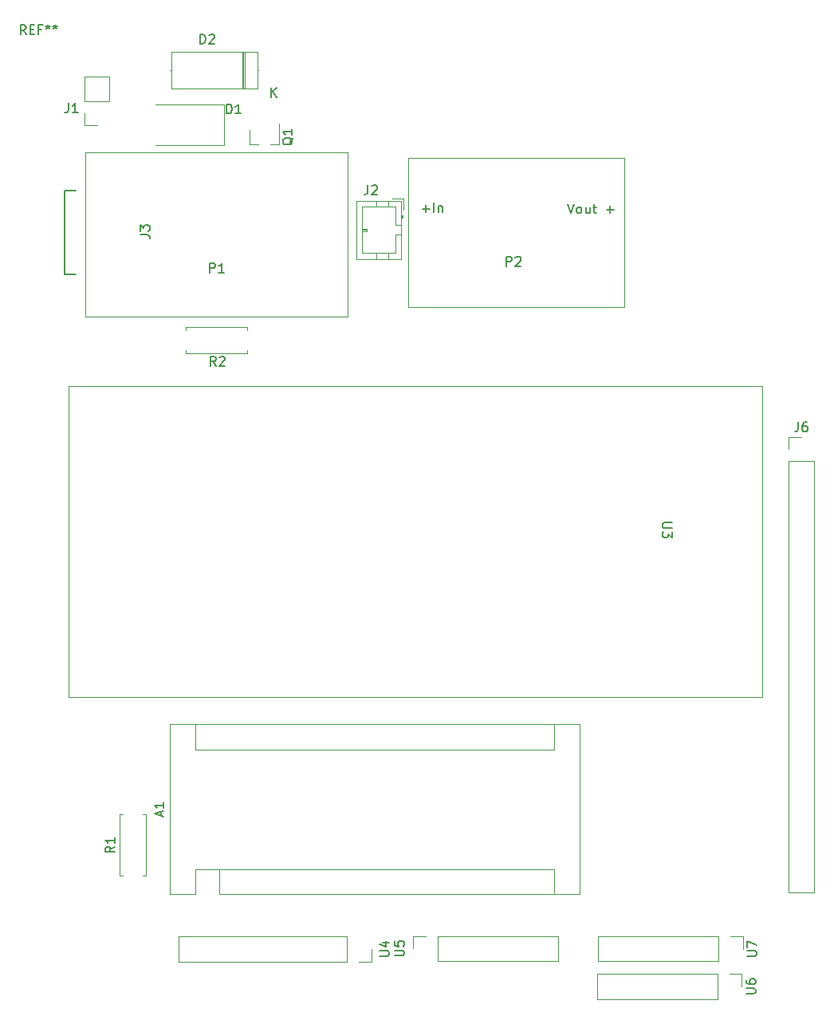
<source format=gbr>
G04 #@! TF.GenerationSoftware,KiCad,Pcbnew,(6.0.6)*
G04 #@! TF.CreationDate,2022-07-04T20:34:01+02:00*
G04 #@! TF.ProjectId,vogelhuisje_kicad,766f6765-6c68-4756-9973-6a655f6b6963,rev?*
G04 #@! TF.SameCoordinates,Original*
G04 #@! TF.FileFunction,Legend,Top*
G04 #@! TF.FilePolarity,Positive*
%FSLAX46Y46*%
G04 Gerber Fmt 4.6, Leading zero omitted, Abs format (unit mm)*
G04 Created by KiCad (PCBNEW (6.0.6)) date 2022-07-04 20:34:01*
%MOMM*%
%LPD*%
G01*
G04 APERTURE LIST*
%ADD10C,0.150000*%
%ADD11C,0.120000*%
%ADD12C,0.200000*%
G04 APERTURE END LIST*
D10*
X73166666Y-80252380D02*
X73166666Y-80966666D01*
X73119047Y-81109523D01*
X73023809Y-81204761D01*
X72880952Y-81252380D01*
X72785714Y-81252380D01*
X74166666Y-81252380D02*
X73595238Y-81252380D01*
X73880952Y-81252380D02*
X73880952Y-80252380D01*
X73785714Y-80395238D01*
X73690476Y-80490476D01*
X73595238Y-80538095D01*
X80787380Y-94188333D02*
X81501666Y-94188333D01*
X81644523Y-94235952D01*
X81739761Y-94331190D01*
X81787380Y-94474047D01*
X81787380Y-94569285D01*
X80787380Y-93807380D02*
X80787380Y-93188333D01*
X81168333Y-93521666D01*
X81168333Y-93378809D01*
X81215952Y-93283571D01*
X81263571Y-93235952D01*
X81358809Y-93188333D01*
X81596904Y-93188333D01*
X81692142Y-93235952D01*
X81739761Y-93283571D01*
X81787380Y-93378809D01*
X81787380Y-93664523D01*
X81739761Y-93759761D01*
X81692142Y-93807380D01*
X89961904Y-81352380D02*
X89961904Y-80352380D01*
X90200000Y-80352380D01*
X90342857Y-80400000D01*
X90438095Y-80495238D01*
X90485714Y-80590476D01*
X90533333Y-80780952D01*
X90533333Y-80923809D01*
X90485714Y-81114285D01*
X90438095Y-81209523D01*
X90342857Y-81304761D01*
X90200000Y-81352380D01*
X89961904Y-81352380D01*
X91485714Y-81352380D02*
X90914285Y-81352380D01*
X91200000Y-81352380D02*
X91200000Y-80352380D01*
X91104761Y-80495238D01*
X91009523Y-80590476D01*
X90914285Y-80638095D01*
X88191904Y-98222380D02*
X88191904Y-97222380D01*
X88572857Y-97222380D01*
X88668095Y-97270000D01*
X88715714Y-97317619D01*
X88763333Y-97412857D01*
X88763333Y-97555714D01*
X88715714Y-97650952D01*
X88668095Y-97698571D01*
X88572857Y-97746190D01*
X88191904Y-97746190D01*
X89715714Y-98222380D02*
X89144285Y-98222380D01*
X89430000Y-98222380D02*
X89430000Y-97222380D01*
X89334761Y-97365238D01*
X89239523Y-97460476D01*
X89144285Y-97508095D01*
X119681904Y-97537380D02*
X119681904Y-96537380D01*
X120062857Y-96537380D01*
X120158095Y-96585000D01*
X120205714Y-96632619D01*
X120253333Y-96727857D01*
X120253333Y-96870714D01*
X120205714Y-96965952D01*
X120158095Y-97013571D01*
X120062857Y-97061190D01*
X119681904Y-97061190D01*
X120634285Y-96632619D02*
X120681904Y-96585000D01*
X120777142Y-96537380D01*
X121015238Y-96537380D01*
X121110476Y-96585000D01*
X121158095Y-96632619D01*
X121205714Y-96727857D01*
X121205714Y-96823095D01*
X121158095Y-96965952D01*
X120586666Y-97537380D01*
X121205714Y-97537380D01*
X110748571Y-91456428D02*
X111510476Y-91456428D01*
X111129523Y-91837380D02*
X111129523Y-91075476D01*
X111986666Y-91837380D02*
X111986666Y-90837380D01*
X112462857Y-91170714D02*
X112462857Y-91837380D01*
X112462857Y-91265952D02*
X112510476Y-91218333D01*
X112605714Y-91170714D01*
X112748571Y-91170714D01*
X112843809Y-91218333D01*
X112891428Y-91313571D01*
X112891428Y-91837380D01*
X126196190Y-90937380D02*
X126529523Y-91937380D01*
X126862857Y-90937380D01*
X127339047Y-91937380D02*
X127243809Y-91889761D01*
X127196190Y-91842142D01*
X127148571Y-91746904D01*
X127148571Y-91461190D01*
X127196190Y-91365952D01*
X127243809Y-91318333D01*
X127339047Y-91270714D01*
X127481904Y-91270714D01*
X127577142Y-91318333D01*
X127624761Y-91365952D01*
X127672380Y-91461190D01*
X127672380Y-91746904D01*
X127624761Y-91842142D01*
X127577142Y-91889761D01*
X127481904Y-91937380D01*
X127339047Y-91937380D01*
X128529523Y-91270714D02*
X128529523Y-91937380D01*
X128100952Y-91270714D02*
X128100952Y-91794523D01*
X128148571Y-91889761D01*
X128243809Y-91937380D01*
X128386666Y-91937380D01*
X128481904Y-91889761D01*
X128529523Y-91842142D01*
X128862857Y-91270714D02*
X129243809Y-91270714D01*
X129005714Y-90937380D02*
X129005714Y-91794523D01*
X129053333Y-91889761D01*
X129148571Y-91937380D01*
X129243809Y-91937380D01*
X130339047Y-91556428D02*
X131100952Y-91556428D01*
X130720000Y-91937380D02*
X130720000Y-91175476D01*
X88833333Y-108152380D02*
X88500000Y-107676190D01*
X88261904Y-108152380D02*
X88261904Y-107152380D01*
X88642857Y-107152380D01*
X88738095Y-107200000D01*
X88785714Y-107247619D01*
X88833333Y-107342857D01*
X88833333Y-107485714D01*
X88785714Y-107580952D01*
X88738095Y-107628571D01*
X88642857Y-107676190D01*
X88261904Y-107676190D01*
X89214285Y-107247619D02*
X89261904Y-107200000D01*
X89357142Y-107152380D01*
X89595238Y-107152380D01*
X89690476Y-107200000D01*
X89738095Y-107247619D01*
X89785714Y-107342857D01*
X89785714Y-107438095D01*
X89738095Y-107580952D01*
X89166666Y-108152380D01*
X89785714Y-108152380D01*
X104966666Y-88952380D02*
X104966666Y-89666666D01*
X104919047Y-89809523D01*
X104823809Y-89904761D01*
X104680952Y-89952380D01*
X104585714Y-89952380D01*
X105395238Y-89047619D02*
X105442857Y-89000000D01*
X105538095Y-88952380D01*
X105776190Y-88952380D01*
X105871428Y-89000000D01*
X105919047Y-89047619D01*
X105966666Y-89142857D01*
X105966666Y-89238095D01*
X105919047Y-89380952D01*
X105347619Y-89952380D01*
X105966666Y-89952380D01*
X97027619Y-83915238D02*
X96980000Y-84010476D01*
X96884761Y-84105714D01*
X96741904Y-84248571D01*
X96694285Y-84343809D01*
X96694285Y-84439047D01*
X96932380Y-84391428D02*
X96884761Y-84486666D01*
X96789523Y-84581904D01*
X96599047Y-84629523D01*
X96265714Y-84629523D01*
X96075238Y-84581904D01*
X95980000Y-84486666D01*
X95932380Y-84391428D01*
X95932380Y-84200952D01*
X95980000Y-84105714D01*
X96075238Y-84010476D01*
X96265714Y-83962857D01*
X96599047Y-83962857D01*
X96789523Y-84010476D01*
X96884761Y-84105714D01*
X96932380Y-84200952D01*
X96932380Y-84391428D01*
X96932380Y-83010476D02*
X96932380Y-83581904D01*
X96932380Y-83296190D02*
X95932380Y-83296190D01*
X96075238Y-83391428D01*
X96170476Y-83486666D01*
X96218095Y-83581904D01*
X145132380Y-174786904D02*
X145941904Y-174786904D01*
X146037142Y-174739285D01*
X146084761Y-174691666D01*
X146132380Y-174596428D01*
X146132380Y-174405952D01*
X146084761Y-174310714D01*
X146037142Y-174263095D01*
X145941904Y-174215476D01*
X145132380Y-174215476D01*
X145132380Y-173310714D02*
X145132380Y-173501190D01*
X145180000Y-173596428D01*
X145227619Y-173644047D01*
X145370476Y-173739285D01*
X145560952Y-173786904D01*
X145941904Y-173786904D01*
X146037142Y-173739285D01*
X146084761Y-173691666D01*
X146132380Y-173596428D01*
X146132380Y-173405952D01*
X146084761Y-173310714D01*
X146037142Y-173263095D01*
X145941904Y-173215476D01*
X145703809Y-173215476D01*
X145608571Y-173263095D01*
X145560952Y-173310714D01*
X145513333Y-173405952D01*
X145513333Y-173596428D01*
X145560952Y-173691666D01*
X145608571Y-173739285D01*
X145703809Y-173786904D01*
X78082380Y-159166666D02*
X77606190Y-159500000D01*
X78082380Y-159738095D02*
X77082380Y-159738095D01*
X77082380Y-159357142D01*
X77130000Y-159261904D01*
X77177619Y-159214285D01*
X77272857Y-159166666D01*
X77415714Y-159166666D01*
X77510952Y-159214285D01*
X77558571Y-159261904D01*
X77606190Y-159357142D01*
X77606190Y-159738095D01*
X78082380Y-158214285D02*
X78082380Y-158785714D01*
X78082380Y-158500000D02*
X77082380Y-158500000D01*
X77225238Y-158595238D01*
X77320476Y-158690476D01*
X77368095Y-158785714D01*
X87161904Y-73952380D02*
X87161904Y-72952380D01*
X87400000Y-72952380D01*
X87542857Y-73000000D01*
X87638095Y-73095238D01*
X87685714Y-73190476D01*
X87733333Y-73380952D01*
X87733333Y-73523809D01*
X87685714Y-73714285D01*
X87638095Y-73809523D01*
X87542857Y-73904761D01*
X87400000Y-73952380D01*
X87161904Y-73952380D01*
X88114285Y-73047619D02*
X88161904Y-73000000D01*
X88257142Y-72952380D01*
X88495238Y-72952380D01*
X88590476Y-73000000D01*
X88638095Y-73047619D01*
X88685714Y-73142857D01*
X88685714Y-73238095D01*
X88638095Y-73380952D01*
X88066666Y-73952380D01*
X88685714Y-73952380D01*
X94738095Y-79582380D02*
X94738095Y-78582380D01*
X95309523Y-79582380D02*
X94880952Y-79010952D01*
X95309523Y-78582380D02*
X94738095Y-79153809D01*
X106222380Y-170811904D02*
X107031904Y-170811904D01*
X107127142Y-170764285D01*
X107174761Y-170716666D01*
X107222380Y-170621428D01*
X107222380Y-170430952D01*
X107174761Y-170335714D01*
X107127142Y-170288095D01*
X107031904Y-170240476D01*
X106222380Y-170240476D01*
X106555714Y-169335714D02*
X107222380Y-169335714D01*
X106174761Y-169573809D02*
X106889047Y-169811904D01*
X106889047Y-169192857D01*
X83011666Y-155929285D02*
X83011666Y-155453095D01*
X83297380Y-156024523D02*
X82297380Y-155691190D01*
X83297380Y-155357857D01*
X83297380Y-154500714D02*
X83297380Y-155072142D01*
X83297380Y-154786428D02*
X82297380Y-154786428D01*
X82440238Y-154881666D01*
X82535476Y-154976904D01*
X82583095Y-155072142D01*
X150666666Y-114122380D02*
X150666666Y-114836666D01*
X150619047Y-114979523D01*
X150523809Y-115074761D01*
X150380952Y-115122380D01*
X150285714Y-115122380D01*
X151571428Y-114122380D02*
X151380952Y-114122380D01*
X151285714Y-114170000D01*
X151238095Y-114217619D01*
X151142857Y-114360476D01*
X151095238Y-114550952D01*
X151095238Y-114931904D01*
X151142857Y-115027142D01*
X151190476Y-115074761D01*
X151285714Y-115122380D01*
X151476190Y-115122380D01*
X151571428Y-115074761D01*
X151619047Y-115027142D01*
X151666666Y-114931904D01*
X151666666Y-114693809D01*
X151619047Y-114598571D01*
X151571428Y-114550952D01*
X151476190Y-114503333D01*
X151285714Y-114503333D01*
X151190476Y-114550952D01*
X151142857Y-114598571D01*
X151095238Y-114693809D01*
X145257380Y-170786904D02*
X146066904Y-170786904D01*
X146162142Y-170739285D01*
X146209761Y-170691666D01*
X146257380Y-170596428D01*
X146257380Y-170405952D01*
X146209761Y-170310714D01*
X146162142Y-170263095D01*
X146066904Y-170215476D01*
X145257380Y-170215476D01*
X145257380Y-169834523D02*
X145257380Y-169167857D01*
X146257380Y-169596428D01*
X107807380Y-170761904D02*
X108616904Y-170761904D01*
X108712142Y-170714285D01*
X108759761Y-170666666D01*
X108807380Y-170571428D01*
X108807380Y-170380952D01*
X108759761Y-170285714D01*
X108712142Y-170238095D01*
X108616904Y-170190476D01*
X107807380Y-170190476D01*
X107807380Y-169238095D02*
X107807380Y-169714285D01*
X108283571Y-169761904D01*
X108235952Y-169714285D01*
X108188333Y-169619047D01*
X108188333Y-169380952D01*
X108235952Y-169285714D01*
X108283571Y-169238095D01*
X108378809Y-169190476D01*
X108616904Y-169190476D01*
X108712142Y-169238095D01*
X108759761Y-169285714D01*
X108807380Y-169380952D01*
X108807380Y-169619047D01*
X108759761Y-169714285D01*
X108712142Y-169761904D01*
X137247619Y-124778095D02*
X136438095Y-124778095D01*
X136342857Y-124825714D01*
X136295238Y-124873333D01*
X136247619Y-124968571D01*
X136247619Y-125159047D01*
X136295238Y-125254285D01*
X136342857Y-125301904D01*
X136438095Y-125349523D01*
X137247619Y-125349523D01*
X137247619Y-125730476D02*
X137247619Y-126349523D01*
X136866666Y-126016190D01*
X136866666Y-126159047D01*
X136819047Y-126254285D01*
X136771428Y-126301904D01*
X136676190Y-126349523D01*
X136438095Y-126349523D01*
X136342857Y-126301904D01*
X136295238Y-126254285D01*
X136247619Y-126159047D01*
X136247619Y-125873333D01*
X136295238Y-125778095D01*
X136342857Y-125730476D01*
X68666666Y-72952380D02*
X68333333Y-72476190D01*
X68095238Y-72952380D02*
X68095238Y-71952380D01*
X68476190Y-71952380D01*
X68571428Y-72000000D01*
X68619047Y-72047619D01*
X68666666Y-72142857D01*
X68666666Y-72285714D01*
X68619047Y-72380952D01*
X68571428Y-72428571D01*
X68476190Y-72476190D01*
X68095238Y-72476190D01*
X69095238Y-72428571D02*
X69428571Y-72428571D01*
X69571428Y-72952380D02*
X69095238Y-72952380D01*
X69095238Y-71952380D01*
X69571428Y-71952380D01*
X70333333Y-72428571D02*
X70000000Y-72428571D01*
X70000000Y-72952380D02*
X70000000Y-71952380D01*
X70476190Y-71952380D01*
X71000000Y-71952380D02*
X71000000Y-72190476D01*
X70761904Y-72095238D02*
X71000000Y-72190476D01*
X71238095Y-72095238D01*
X70857142Y-72380952D02*
X71000000Y-72190476D01*
X71142857Y-72380952D01*
X71761904Y-71952380D02*
X71761904Y-72190476D01*
X71523809Y-72095238D02*
X71761904Y-72190476D01*
X72000000Y-72095238D01*
X71619047Y-72380952D02*
X71761904Y-72190476D01*
X71904761Y-72380952D01*
D11*
X74870000Y-82610000D02*
X74870000Y-81280000D01*
X77530000Y-77410000D02*
X74870000Y-77410000D01*
X74870000Y-80010000D02*
X74870000Y-77410000D01*
X77530000Y-80010000D02*
X77530000Y-77410000D01*
X77530000Y-80010000D02*
X74870000Y-80010000D01*
X76200000Y-82610000D02*
X74870000Y-82610000D01*
D12*
X72800000Y-89510000D02*
X72800000Y-98450000D01*
X73950000Y-89510000D02*
X72800000Y-89510000D01*
X72800000Y-98450000D02*
X73950000Y-98450000D01*
D11*
X89690000Y-84700000D02*
X82390000Y-84700000D01*
X89690000Y-84700000D02*
X89690000Y-80400000D01*
X89690000Y-80400000D02*
X82390000Y-80400000D01*
X74930000Y-102870000D02*
X102830000Y-102870000D01*
X102830000Y-102870000D02*
X102830000Y-85470000D01*
X102830000Y-85470000D02*
X74930000Y-85470000D01*
X74930000Y-85470000D02*
X74930000Y-102870000D01*
X132220000Y-86085000D02*
X132220000Y-101885000D01*
X132220000Y-101885000D02*
X109220000Y-101885000D01*
X109220000Y-101885000D02*
X109220000Y-86085000D01*
X109220000Y-86085000D02*
X132220000Y-86085000D01*
X85630000Y-104370000D02*
X85630000Y-104040000D01*
X85630000Y-106450000D02*
X85630000Y-106780000D01*
X85630000Y-104040000D02*
X92170000Y-104040000D01*
X92170000Y-104040000D02*
X92170000Y-104370000D01*
X92170000Y-106780000D02*
X92170000Y-106450000D01*
X85630000Y-106780000D02*
X92170000Y-106780000D01*
X108490000Y-90650000D02*
X103770000Y-90650000D01*
X108590000Y-92410000D02*
X108590000Y-92110000D01*
X107180000Y-96770000D02*
X107180000Y-96160000D01*
X104880000Y-93810000D02*
X104380000Y-93810000D01*
X107880000Y-96160000D02*
X107880000Y-94210000D01*
X107880000Y-93210000D02*
X107880000Y-91260000D01*
X107880000Y-91260000D02*
X104380000Y-91260000D01*
X105880000Y-96770000D02*
X105880000Y-96160000D01*
X107180000Y-90650000D02*
X107180000Y-91260000D01*
X104380000Y-93610000D02*
X104880000Y-93610000D01*
X103770000Y-90650000D02*
X103770000Y-96770000D01*
X104880000Y-93610000D02*
X104880000Y-93810000D01*
X107880000Y-94210000D02*
X108490000Y-94210000D01*
X108690000Y-92110000D02*
X108490000Y-92110000D01*
X104380000Y-91260000D02*
X104380000Y-96160000D01*
X108790000Y-91600000D02*
X108790000Y-90350000D01*
X108790000Y-90350000D02*
X107540000Y-90350000D01*
X104380000Y-96160000D02*
X107880000Y-96160000D01*
X108490000Y-92410000D02*
X108690000Y-92410000D01*
X105880000Y-90650000D02*
X105880000Y-91260000D01*
X108490000Y-93210000D02*
X107880000Y-93210000D01*
X103770000Y-96770000D02*
X108490000Y-96770000D01*
X108490000Y-96770000D02*
X108490000Y-90650000D01*
X108690000Y-92410000D02*
X108690000Y-92110000D01*
X104380000Y-93710000D02*
X104880000Y-93710000D01*
X95560000Y-84580000D02*
X95560000Y-82420000D01*
X92400000Y-84580000D02*
X93330000Y-84580000D01*
X95560000Y-84580000D02*
X94630000Y-84580000D01*
X92400000Y-84580000D02*
X92400000Y-83120000D01*
X144680000Y-172695000D02*
X144680000Y-174025000D01*
X142080000Y-172695000D02*
X142080000Y-175355000D01*
X142080000Y-172695000D02*
X129320000Y-172695000D01*
X129320000Y-172695000D02*
X129320000Y-175355000D01*
X143350000Y-172695000D02*
X144680000Y-172695000D01*
X142080000Y-175355000D02*
X129320000Y-175355000D01*
X81370000Y-155730000D02*
X81040000Y-155730000D01*
X81040000Y-162270000D02*
X81370000Y-162270000D01*
X78960000Y-162270000D02*
X78630000Y-162270000D01*
X81370000Y-162270000D02*
X81370000Y-155730000D01*
X78630000Y-162270000D02*
X78630000Y-155730000D01*
X78630000Y-155730000D02*
X78960000Y-155730000D01*
X93360000Y-76730000D02*
X93220000Y-76730000D01*
X91765000Y-78700000D02*
X91765000Y-74760000D01*
X93220000Y-78700000D02*
X93220000Y-74760000D01*
X83940000Y-76730000D02*
X84080000Y-76730000D01*
X91645000Y-78700000D02*
X91645000Y-74760000D01*
X93220000Y-74760000D02*
X84080000Y-74760000D01*
X91885000Y-78700000D02*
X91885000Y-74760000D01*
X84080000Y-78700000D02*
X93220000Y-78700000D01*
X84080000Y-74760000D02*
X84080000Y-78700000D01*
X84890000Y-168720000D02*
X84890000Y-171380000D01*
X102730000Y-168720000D02*
X102730000Y-171380000D01*
X102730000Y-171380000D02*
X84890000Y-171380000D01*
X105330000Y-171380000D02*
X104000000Y-171380000D01*
X102730000Y-168720000D02*
X84890000Y-168720000D01*
X105330000Y-170050000D02*
X105330000Y-171380000D01*
X127425000Y-164235000D02*
X127425000Y-146195000D01*
X127425000Y-146195000D02*
X83985000Y-146195000D01*
X83985000Y-146195000D02*
X83985000Y-164235000D01*
X89195000Y-161565000D02*
X124755000Y-161565000D01*
X89195000Y-164235000D02*
X127425000Y-164235000D01*
X86655000Y-148865000D02*
X124755000Y-148865000D01*
X86655000Y-148865000D02*
X86655000Y-146195000D01*
X124755000Y-148865000D02*
X124755000Y-146195000D01*
X83985000Y-164235000D02*
X86655000Y-164235000D01*
X89195000Y-161565000D02*
X86655000Y-161565000D01*
X124755000Y-161565000D02*
X124755000Y-164235000D01*
X86655000Y-161565000D02*
X86655000Y-164235000D01*
X89195000Y-161565000D02*
X89195000Y-164235000D01*
X149670000Y-164050000D02*
X152330000Y-164050000D01*
X152330000Y-118270000D02*
X152330000Y-164050000D01*
X149670000Y-118270000D02*
X152330000Y-118270000D01*
X149670000Y-117000000D02*
X149670000Y-115670000D01*
X149670000Y-115670000D02*
X151000000Y-115670000D01*
X149670000Y-118270000D02*
X149670000Y-164050000D01*
X142205000Y-168695000D02*
X129445000Y-168695000D01*
X142205000Y-168695000D02*
X142205000Y-171355000D01*
X129445000Y-168695000D02*
X129445000Y-171355000D01*
X144805000Y-168695000D02*
X144805000Y-170025000D01*
X142205000Y-171355000D02*
X129445000Y-171355000D01*
X143475000Y-168695000D02*
X144805000Y-168695000D01*
X125155000Y-171330000D02*
X125155000Y-168670000D01*
X112395000Y-168670000D02*
X125155000Y-168670000D01*
X109795000Y-170000000D02*
X109795000Y-168670000D01*
X112395000Y-171330000D02*
X112395000Y-168670000D01*
X112395000Y-171330000D02*
X125155000Y-171330000D01*
X109795000Y-168670000D02*
X111125000Y-168670000D01*
X146860000Y-110300000D02*
X73200000Y-110300000D01*
X73200000Y-110300000D02*
X73200000Y-143320000D01*
X73200000Y-143320000D02*
X146860000Y-143320000D01*
X146860000Y-143320000D02*
X146860000Y-110300000D01*
M02*

</source>
